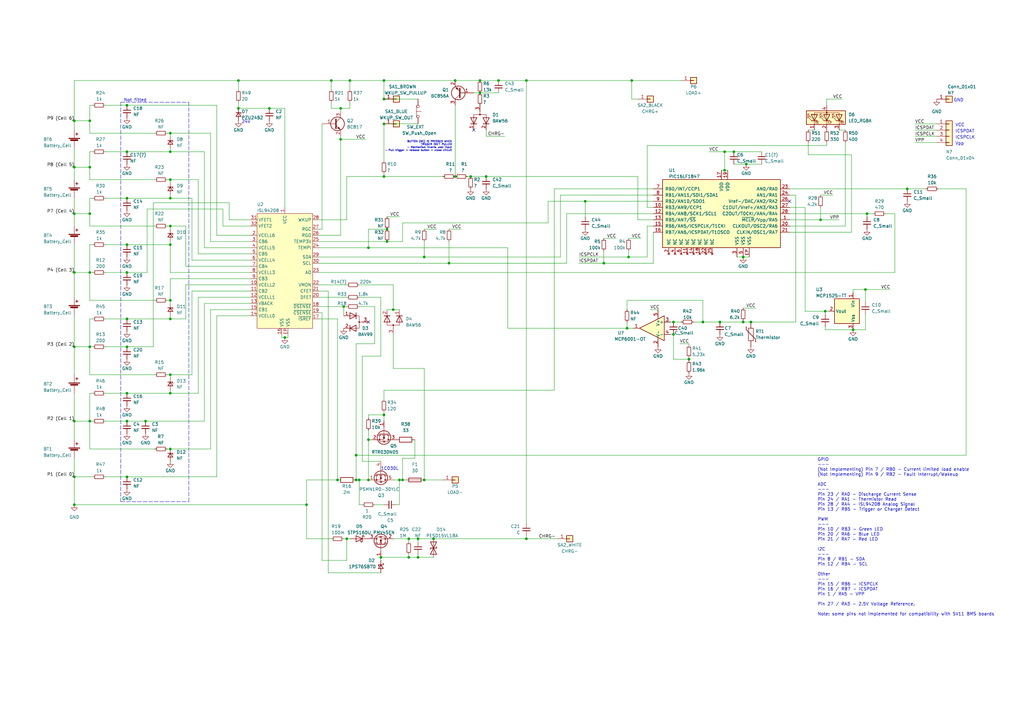
<source format=kicad_sch>
(kicad_sch (version 20211123) (generator eeschema)
  (paper "A3")
  (title_block (title "Dyson V6 BMS - PCB 61462") (date "2022-05-09") (rev "1.0") (company "tinfever") (comment 1 "See COPYING for license") (comment 2 "© 2022 tinfever"))
  (junction (at 30.48 68.58))
  (junction (at 193.04 72.39))
  (junction (at 52.07 111.76))
  (junction (at 139.7 57.15))
  (junction (at 196.85 38.1))
  (junction (at 167.64 228.6))
  (junction (at 52.07 43.18))
  (junction (at 300.99 62.23))
  (junction (at 288.29 132.08))
  (junction (at 30.48 172.72))
  (junction (at 146.05 186.69))
  (junction (at 349.885 135.255))
  (junction (at 156.21 228.6))
  (junction (at 157.48 33.02))
  (junction (at 52.07 172.72))
  (junction (at 204.47 33.02))
  (junction (at 177.8 220.98))
  (junction (at 276.225 132.08))
  (junction (at 240.03 82.55))
  (junction (at 336.55 90.17))
  (junction (at 69.85 161.29))
  (junction (at 295.275 132.08))
  (junction (at 158.75 99.06))
  (junction (at 338.455 127.635))
  (junction (at 97.79 33.02))
  (junction (at 186.69 33.02))
  (junction (at 110.49 44.45))
  (junction (at 30.48 207.01))
  (junction (at 282.575 147.32))
  (junction (at 69.85 54.61))
  (junction (at 157.48 170.18))
  (junction (at 171.45 220.98))
  (junction (at 304.8 132.08))
  (junction (at 36.83 68.58))
  (junction (at 97.79 44.45))
  (junction (at 163.83 196.85))
  (junction (at 30.48 49.53))
  (junction (at 171.45 228.6))
  (junction (at 138.43 196.85))
  (junction (at 30.48 111.76))
  (junction (at 151.13 196.85))
  (junction (at 30.48 142.24))
  (junction (at 52.07 130.81))
  (junction (at 36.83 111.76))
  (junction (at 36.83 142.24))
  (junction (at 146.05 196.85))
  (junction (at 135.89 33.02))
  (junction (at 36.83 87.63))
  (junction (at 69.85 73.66))
  (junction (at 257.175 134.62))
  (junction (at 184.15 107.95))
  (junction (at 173.99 105.41))
  (junction (at 69.85 81.28))
  (junction (at 372.11 77.47))
  (junction (at 52.07 195.58))
  (junction (at 158.75 93.98))
  (junction (at 161.29 127))
  (junction (at 30.48 87.63))
  (junction (at 30.48 195.58))
  (junction (at 140.97 125.73))
  (junction (at 52.07 62.23))
  (junction (at 306.07 67.31))
  (junction (at 69.85 100.33))
  (junction (at 165.1 196.85))
  (junction (at 157.48 40.64))
  (junction (at 297.18 69.85))
  (junction (at 355.6 87.63))
  (junction (at 215.9 220.98))
  (junction (at 69.85 123.19))
  (junction (at 157.48 50.8))
  (junction (at 36.83 172.72))
  (junction (at 297.18 62.23))
  (junction (at 307.975 132.08))
  (junction (at 52.07 161.29))
  (junction (at 69.85 184.15))
  (junction (at 151.13 180.34))
  (junction (at 52.07 81.28))
  (junction (at 186.69 72.39))
  (junction (at 69.85 130.81))
  (junction (at 116.84 138.43))
  (junction (at 69.85 153.67))
  (junction (at 167.64 220.98))
  (junction (at 215.9 33.02))
  (junction (at 304.8 105.41))
  (junction (at 143.51 33.02))
  (junction (at 259.08 33.02))
  (junction (at 276.225 137.16))
  (junction (at 157.48 72.39))
  (junction (at 173.99 196.85))
  (junction (at 196.85 33.02))
  (junction (at 199.39 72.39))
  (junction (at 147.32 196.85))
  (junction (at 52.07 142.24))
  (junction (at 257.81 105.41))
  (junction (at 36.83 49.53))
  (junction (at 125.73 207.01))
  (junction (at 247.65 107.95))
  (junction (at 354.965 118.745))
  (junction (at 52.07 100.33))
  (junction (at 69.85 92.71))
  (junction (at 69.85 62.23))
  (junction (at 151.13 101.6))
  (junction (at 59.69 172.72))
  (junction (at 139.7 44.45))
  (junction (at 142.24 220.98))
  (no_connect (at 323.85 82.55))
  (no_connect (at 151.13 132.08))
  (no_connect (at 194.31 53.34))
  (wire (pts (xy 158.75 99.06) (xy 165.1 99.06)))
  (wire (pts (xy 302.26 105.41) (xy 304.8 105.41)))
  (wire (pts (xy 157.48 207.01) (xy 153.67 207.01)))
  (wire (pts (xy 193.04 72.39) (xy 199.39 72.39)))
  (wire (pts (xy 130.81 119.38) (xy 134.62 119.38)))
  (wire (pts (xy 88.9 195.58) (xy 88.9 129.54)))
  (wire (pts (xy 224.79 91.44) (xy 224.79 82.55)))
  (wire (pts (xy 86.36 54.61) (xy 86.36 99.06)))
  (wire (pts (xy 304.8 131.445) (xy 304.8 132.08)))
  (wire (pts (xy 30.48 142.24) (xy 36.83 142.24)))
  (wire (pts (xy 282.575 140.97) (xy 282.575 141.605)))
  (wire (pts (xy 43.18 142.24) (xy 52.07 142.24)))
  (wire (pts (xy 132.08 93.98) (xy 130.81 93.98)))
  (wire (pts (xy 165.1 99.06) (xy 165.1 91.44)))
  (wire (pts (xy 267.97 77.47) (xy 227.33 77.47)))
  (wire (pts (xy 36.83 62.23) (xy 38.1 62.23)))
  (wire (pts (xy 130.81 99.06) (xy 158.75 99.06)))
  (wire (pts (xy 375.3034 58.449) (xy 384.1934 58.449)))
  (wire (pts (xy 355.6 88.9) (xy 355.6 87.63)))
  (wire (pts (xy 43.18 62.23) (xy 52.07 62.23)))
  (wire (pts (xy 68.58 184.15) (xy 69.85 184.15)))
  (wire (pts (xy 306.07 67.31) (xy 312.42 67.31)))
  (wire (pts (xy 143.51 44.45) (xy 143.51 41.91)))
  (wire (pts (xy 43.18 195.58) (xy 52.07 195.58)))
  (wire (pts (xy 36.83 49.53) (xy 36.83 43.18)))
  (wire (pts (xy 232.41 87.63) (xy 232.41 107.95)))
  (wire (pts (xy 265.43 59.69) (xy 339.09 59.69)))
  (wire (pts (xy 194.31 38.1) (xy 196.85 38.1)))
  (wire (pts (xy 69.85 60.96) (xy 69.85 62.23)))
  (wire (pts (xy 171.45 220.98) (xy 167.64 220.98)))
  (wire (pts (xy 227.33 77.47) (xy 227.33 160.02)))
  (wire (pts (xy 199.39 55.88) (xy 207.01 55.88)))
  (wire (pts (xy 36.83 123.19) (xy 63.5 123.19)))
  (wire (pts (xy 52.07 195.58) (xy 88.9 195.58)))
  (wire (pts (xy 36.83 172.72) (xy 36.83 184.15)))
  (wire (pts (xy 130.81 107.95) (xy 184.15 107.95)))
  (wire (pts (xy 69.85 92.71) (xy 76.2 92.71)))
  (wire (pts (xy 30.48 33.02) (xy 30.48 49.53)))
  (wire (pts (xy 36.83 87.63) (xy 36.83 81.28)))
  (wire (pts (xy 132.08 128.27) (xy 132.08 229.87)))
  (wire (pts (xy 278.765 140.97) (xy 282.575 140.97)))
  (wire (pts (xy 139.7 96.52) (xy 139.7 57.15)))
  (wire (pts (xy 346.71 58.42) (xy 346.71 92.71)))
  (wire (pts (xy 68.58 153.67) (xy 69.85 153.67)))
  (wire (pts (xy 215.9 33.02) (xy 215.9 214.63)))
  (wire (pts (xy 69.85 123.19) (xy 68.58 123.19)))
  (wire (pts (xy 184.15 99.06) (xy 184.15 107.95)))
  (wire (pts (xy 215.9 33.02) (xy 259.08 33.02)))
  (wire (pts (xy 148.59 146.05) (xy 148.59 189.23)))
  (wire (pts (xy 30.48 68.58) (xy 36.83 68.58)))
  (wire (pts (xy 346.71 53.34) (xy 344.17 53.34)))
  (wire (pts (xy 282.575 146.685) (xy 282.575 147.32)))
  (wire (pts (xy 339.09 59.69) (xy 339.09 58.42)))
  (wire (pts (xy 156.21 146.05) (xy 148.59 146.05)))
  (wire (pts (xy 163.83 196.85) (xy 161.29 196.85)))
  (wire (pts (xy 336.55 90.17) (xy 344.17 90.17)))
  (wire (pts (xy 69.85 62.23) (xy 83.82 62.23)))
  (wire (pts (xy 68.58 73.66) (xy 69.85 73.66)))
  (wire (pts (xy 304.8 132.08) (xy 307.975 132.08)))
  (wire (pts (xy 142.24 90.17) (xy 142.24 72.39)))
  (wire (pts (xy 257.81 105.41) (xy 265.43 105.41)))
  (wire (pts (xy 83.82 101.6) (xy 102.87 101.6)))
  (wire (pts (xy 191.77 72.39) (xy 193.04 72.39)))
  (wire (pts (xy 30.48 187.96) (xy 30.48 195.58)))
  (wire (pts (xy 171.45 50.8) (xy 157.48 50.8)))
  (wire (pts (xy 326.39 80.01) (xy 326.39 132.08)))
  (wire (pts (xy 36.83 184.15) (xy 63.5 184.15)))
  (wire (pts (xy 204.47 33.02) (xy 215.9 33.02)))
  (wire (pts (xy 339.725 127.635) (xy 338.455 127.635)))
  (wire (pts (xy 135.89 41.91) (xy 135.89 44.45)))
  (wire (pts (xy 338.455 133.985) (xy 338.455 135.255)))
  (wire (pts (xy 375.3034 50.829) (xy 384.1934 50.829)))
  (wire (pts (xy 157.48 163.83) (xy 157.48 160.02)))
  (wire (pts (xy 372.11 77.47) (xy 379.73 77.47)))
  (wire (pts (xy 157.48 71.12) (xy 157.48 72.39)))
  (wire (pts (xy 116.84 44.45) (xy 116.84 85.09)))
  (wire (pts (xy 354.965 123.825) (xy 354.965 118.745)))
  (wire (pts (xy 60.325 85.725) (xy 60.325 111.76)))
  (wire (pts (xy 43.18 43.18) (xy 52.07 43.18)))
  (wire (pts (xy 36.83 142.24) (xy 36.83 153.67)))
  (wire (pts (xy 102.87 124.46) (xy 83.82 124.46)))
  (wire (pts (xy 147.32 116.84) (xy 161.29 116.84)))
  (wire (pts (xy 43.18 161.29) (xy 52.07 161.29)))
  (wire (pts (xy 62.865 142.24) (xy 62.865 83.185)))
  (wire (pts (xy 143.51 33.02) (xy 157.48 33.02)))
  (wire (pts (xy 323.85 77.47) (xy 372.11 77.47)))
  (wire (pts (xy 81.28 104.14) (xy 102.87 104.14)))
  (wire (pts (xy 30.48 49.53) (xy 30.48 53.34)))
  (wire (pts (xy 30.48 195.58) (xy 38.1 195.58)))
  (wire (pts (xy 323.85 92.71) (xy 346.71 92.71)))
  (wire (pts (xy 215.9 219.71) (xy 215.9 220.98)))
  (wire (pts (xy 165.1 187.96) (xy 165.1 196.85)))
  (wire (pts (xy 167.64 222.25) (xy 167.64 220.98)))
  (wire (pts (xy 43.18 81.28) (xy 52.07 81.28)))
  (wire (pts (xy 43.18 100.33) (xy 52.07 100.33)))
  (wire (pts (xy 215.9 220.98) (xy 228.6 220.98)))
  (wire (pts (xy 288.29 123.19) (xy 288.29 132.08)))
  (wire (pts (xy 338.455 127.635) (xy 338.455 128.905)))
  (wire (pts (xy 173.99 151.13) (xy 173.99 196.85)))
  (wire (pts (xy 158.75 93.98) (xy 151.13 93.98)))
  (wire (pts (xy 69.85 153.67) (xy 78.74 153.67)))
  (wire (pts (xy 290.83 62.23) (xy 297.18 62.23)))
  (wire (pts (xy 143.51 33.02) (xy 143.51 36.83)))
  (wire (pts (xy 36.83 161.29) (xy 36.83 172.72)))
  (wire (pts (xy 36.83 68.58) (xy 36.83 73.66)))
  (wire (pts (xy 36.83 100.33) (xy 38.1 100.33)))
  (wire (pts (xy 259.08 33.02) (xy 279.4 33.02)))
  (wire (pts (xy 247.65 107.95) (xy 267.97 107.95)))
  (wire (pts (xy 349.885 135.255) (xy 354.965 135.255)))
  (wire (pts (xy 115.57 138.43) (xy 115.57 137.16)))
  (wire (pts (xy 156.21 121.92) (xy 147.32 121.92)))
  (wire (pts (xy 161.29 137.16) (xy 161.29 151.13)))
  (wire (pts (xy 156.21 121.92) (xy 156.21 146.05)))
  (wire (pts (xy 151.13 176.53) (xy 151.13 180.34)))
  (wire (pts (xy 265.43 85.09) (xy 265.43 59.69)))
  (wire (pts (xy 375.3034 53.369) (xy 384.1934 53.369)))
  (wire (pts (xy 157.48 50.8) (xy 157.48 66.04)))
  (wire (pts (xy 161.29 127) (xy 163.83 127)))
  (wire (pts (xy 135.89 33.02) (xy 135.89 36.83)))
  (wire (pts (xy 147.32 196.85) (xy 151.13 196.85)))
  (wire (pts (xy 367.03 87.63) (xy 367.03 111.76)))
  (wire (pts (xy 177.8 220.98) (xy 171.45 220.98)))
  (wire (pts (xy 274.955 137.16) (xy 276.225 137.16)))
  (wire (pts (xy 171.45 228.6) (xy 167.64 228.6)))
  (wire (pts (xy 115.57 138.43) (xy 116.84 138.43)))
  (wire (pts (xy 52.07 172.72) (xy 59.69 172.72)))
  (wire (pts (xy 134.62 234.95) (xy 156.21 234.95)))
  (wire (pts (xy 140.97 125.73) (xy 140.97 129.54)))
  (wire (pts (xy 167.64 227.33) (xy 167.64 228.6)))
  (wire (pts (xy 86.36 127) (xy 102.87 127)))
  (wire (pts (xy 142.24 220.98) (xy 143.51 220.98)))
  (wire (pts (xy 304.8 126.365) (xy 309.88 126.365)))
  (wire (pts (xy 157.48 72.39) (xy 181.61 72.39)))
  (wire (pts (xy 247.65 102.87) (xy 247.65 107.95)))
  (wire (pts (xy 139.7 55.88) (xy 139.7 57.15)))
  (wire (pts (xy 83.82 62.23) (xy 83.82 101.6)))
  (wire (pts (xy 300.99 67.31) (xy 306.07 67.31)))
  (wire (pts (xy 30.48 87.63) (xy 30.48 92.71)))
  (wire (pts (xy 36.83 100.33) (xy 36.83 111.76)))
  (wire (pts (xy 36.83 111.76) (xy 38.1 111.76)))
  (wire (pts (xy 36.83 49.53) (xy 36.83 54.61)))
  (wire (pts (xy 130.81 96.52) (xy 139.7 96.52)))
  (wire (pts (xy 97.79 44.45) (xy 97.79 41.91)))
  (wire (pts (xy 30.48 142.24) (xy 30.48 153.67)))
  (wire (pts (xy 88.9 96.52) (xy 102.87 96.52)))
  (wire (pts (xy 78.74 119.38) (xy 102.87 119.38)))
  (wire (pts (xy 97.79 44.45) (xy 110.49 44.45)))
  (wire (pts (xy 165.1 196.85) (xy 163.83 196.85)))
  (wire (pts (xy 130.81 121.92) (xy 142.24 121.92)))
  (wire (pts (xy 148.59 189.23) (xy 156.21 189.23)))
  (wire (pts (xy 157.48 33.02) (xy 186.69 33.02)))
  (wire (pts (xy 93.98 83.185) (xy 93.98 90.17)))
  (wire (pts (xy 36.83 130.81) (xy 38.1 130.81)))
  (wire (pts (xy 135.89 44.45) (xy 139.7 44.45)))
  (wire (pts (xy 157.48 40.64) (xy 157.48 33.02)))
  (wire (pts (xy 36.83 130.81) (xy 36.83 142.24)))
  (wire (pts (xy 284.48 132.08) (xy 288.29 132.08)))
  (wire (pts (xy 157.48 172.72) (xy 157.48 170.18)))
  (wire (pts (xy 36.83 111.76) (xy 36.83 123.19)))
  (wire (pts (xy 257.175 123.19) (xy 257.175 127)))
  (wire (pts (xy 30.48 207.01) (xy 125.73 207.01)))
  (wire (pts (xy 331.47 53.34) (xy 334.01 53.34)))
  (wire (pts (xy 186.69 33.02) (xy 196.85 33.02)))
  (wire (pts (xy 116.84 138.43) (xy 118.11 138.43)))
  (wire (pts (xy 138.43 130.81) (xy 130.81 130.81)))
  (wire (pts (xy 69.85 99.06) (xy 69.85 100.33)))
  (wire (pts (xy 147.32 207.01) (xy 147.32 196.85)))
  (wire (pts (xy 266.7 127) (xy 269.875 127)))
  (polyline (pts (xy 49.53 41.91) (xy 49.53 205.74)))
  (wire (pts (xy 349.25 63.5) (xy 331.47 63.5)))
  (wire (pts (xy 148.59 207.01) (xy 147.32 207.01)))
  (wire (pts (xy 52.07 43.18) (xy 88.9 43.18)))
  (wire (pts (xy 354.965 135.255) (xy 354.965 128.905)))
  (wire (pts (xy 69.85 160.02) (xy 69.85 161.29)))
  (wire (pts (xy 130.81 128.27) (xy 132.08 128.27)))
  (wire (pts (xy 52.07 100.33) (xy 69.85 100.33)))
  (wire (pts (xy 69.85 73.66) (xy 81.28 73.66)))
  (wire (pts (xy 184.15 107.95) (xy 232.41 107.95)))
  (wire (pts (xy 36.83 153.67) (xy 63.5 153.67)))
  (wire (pts (xy 69.85 81.28) (xy 78.74 81.28)))
  (wire (pts (xy 30.48 68.58) (xy 30.48 73.66)))
  (wire (pts (xy 151.13 170.18) (xy 151.13 171.45)))
  (wire (pts (xy 30.48 129.54) (xy 30.48 142.24)))
  (wire (pts (xy 52.07 111.76) (xy 60.325 111.76)))
  (wire (pts (xy 224.79 82.55) (xy 240.03 82.55)))
  (wire (pts (xy 69.85 184.15) (xy 86.36 184.15)))
  (wire (pts (xy 267.97 90.17) (xy 261.62 90.17)))
  (wire (pts (xy 173.99 99.06) (xy 173.99 105.41)))
  (wire (pts (xy 125.73 196.85) (xy 125.73 207.01)))
  (wire (pts (xy 30.48 172.72) (xy 36.83 172.72)))
  (wire (pts (xy 97.79 33.02) (xy 97.79 36.83)))
  (wire (pts (xy 36.83 73.66) (xy 63.5 73.66)))
  (wire (pts (xy 125.73 207.01) (xy 125.73 220.98)))
  (wire (pts (xy 297.18 62.23) (xy 300.99 62.23)))
  (wire (pts (xy 237.49 107.95) (xy 247.65 107.95)))
  (wire (pts (xy 297.18 69.85) (xy 298.45 69.85)))
  (wire (pts (xy 170.18 180.34) (xy 170.18 187.96)))
  (wire (pts (xy 282.575 147.955) (xy 282.575 147.32)))
  (wire (pts (xy 30.48 111.76) (xy 36.83 111.76)))
  (wire (pts (xy 349.25 95.25) (xy 349.25 63.5)))
  (wire (pts (xy 184.15 93.98) (xy 189.23 93.98)))
  (wire (pts (xy 69.85 114.3) (xy 69.85 123.19)))
  (wire (pts (xy 88.9 43.18) (xy 88.9 96.52)))
  (wire (pts (xy 69.85 54.61) (xy 69.85 55.88)))
  (wire (pts (xy 30.48 161.29) (xy 30.48 172.72)))
  (wire (pts (xy 336.55 80.01) (xy 341.63 80.01)))
  (wire (pts (xy 156.21 228.6) (xy 156.21 229.87)))
  (wire (pts (xy 78.74 153.67) (xy 78.74 119.38)))
  (wire (pts (xy 30.48 60.96) (xy 30.48 68.58)))
  (wire (pts (xy 163.83 207.01) (xy 163.83 196.85)))
  (wire (pts (xy 257.81 102.87) (xy 257.81 105.41)))
  (wire (pts (xy 267.97 87.63) (xy 232.41 87.63)))
  (wire (pts (xy 76.2 92.71) (xy 76.2 109.22)))
  (wire (pts (xy 339.09 40.64) (xy 345.44 40.64)))
  (wire (pts (xy 259.08 40.64) (xy 259.08 33.02)))
  (wire (pts (xy 91.44 85.725) (xy 91.44 92.71)))
  (wire (pts (xy 60.325 85.725) (xy 91.44 85.725)))
  (wire (pts (xy 261.62 40.64) (xy 259.08 40.64)))
  (wire (pts (xy 173.99 105.41) (xy 229.87 105.41)))
  (wire (pts (xy 69.85 54.61) (xy 86.36 54.61)))
  (wire (pts (xy 158.75 127) (xy 161.29 127)))
  (wire (pts (xy 36.83 92.71) (xy 63.5 92.71)))
  (wire (pts (xy 142.24 220.98) (xy 142.24 229.87)))
  (polyline (pts (xy 49.53 41.91) (xy 77.47 41.91)))
  (wire (pts (xy 147.32 196.85) (xy 146.05 196.85)))
  (wire (pts (xy 229.87 80.01) (xy 267.97 80.01)))
  (wire (pts (xy 78.74 106.68) (xy 102.87 106.68)))
  (wire (pts (xy 323.85 87.63) (xy 355.6 87.63)))
  (wire (pts (xy 153.67 125.73) (xy 153.67 140.97)))
  (wire (pts (xy 36.83 43.18) (xy 38.1 43.18)))
  (wire (pts (xy 30.48 172.72) (xy 30.48 180.34)))
  (wire (pts (xy 139.7 44.45) (xy 139.7 45.72)))
  (wire (pts (xy 276.225 147.32) (xy 276.225 137.16)))
  (wire (pts (xy 267.97 85.09) (xy 265.43 85.09)))
  (wire (pts (xy 30.48 195.58) (xy 30.48 207.01)))
  (wire (pts (xy 43.18 111.76) (xy 52.07 111.76)))
  (wire (pts (xy 151.13 180.34) (xy 152.4 180.34)))
  (wire (pts (xy 69.85 73.66) (xy 69.85 74.93)))
  (wire (pts (xy 142.24 220.98) (xy 140.97 220.98)))
  (wire (pts (xy 171.45 227.33) (xy 171.45 228.6)))
  (wire (pts (xy 76.2 109.22) (xy 102.87 109.22)))
  (wire (pts (xy 297.18 62.23) (xy 297.18 69.85)))
  (wire (pts (xy 323.85 95.25) (xy 349.25 95.25)))
  (wire (pts (xy 282.575 147.32) (xy 276.225 147.32)))
  (wire (pts (xy 36.83 172.72) (xy 38.1 172.72)))
  (wire (pts (xy 295.91 69.85) (xy 297.18 69.85)))
  (wire (pts (xy 257.175 132.08) (xy 257.175 134.62)))
  (wire (pts (xy 257.81 97.79) (xy 262.89 97.79)))
  (wire (pts (xy 81.28 161.29) (xy 81.28 121.92)))
  (wire (pts (xy 165.1 91.44) (xy 224.79 91.44)))
  (wire (pts (xy 30.48 100.33) (xy 30.48 111.76)))
  (wire (pts (xy 323.85 80.01) (xy 326.39 80.01)))
  (wire (pts (xy 118.11 138.43) (xy 118.11 137.16)))
  (wire (pts (xy 139.7 44.45) (xy 143.51 44.45)))
  (wire (pts (xy 36.83 54.61) (xy 63.5 54.61)))
  (wire (pts (xy 158.75 88.9) (xy 163.83 88.9)))
  (wire (pts (xy 173.99 196.85) (xy 181.61 196.85)))
  (wire (pts (xy 265.43 92.71) (xy 267.97 92.71)))
  (wire (pts (xy 146.05 186.69) (xy 146.05 196.85)))
  (wire (pts (xy 130.81 116.84) (xy 142.24 116.84)))
  (wire (pts (xy 237.49 105.41) (xy 257.81 105.41)))
  (wire (pts (xy 247.65 97.79) (xy 252.73 97.79)))
  (wire (pts (xy 330.2 85.09) (xy 330.2 127.635)))
  (wire (pts (xy 288.29 132.08) (xy 295.275 132.08)))
  (wire (pts (xy 267.97 107.95) (xy 267.97 95.25)))
  (wire (pts (xy 110.49 44.45) (xy 116.84 44.45)))
  (wire (pts (xy 125.73 220.98) (xy 135.89 220.98)))
  (wire (pts (xy 43.18 130.81) (xy 52.07 130.81)))
  (wire (pts (xy 261.62 90.17) (xy 261.62 72.39)))
  (wire (pts (xy 153.67 140.97) (xy 146.05 140.97)))
  (wire (pts (xy 355.6 87.63) (xy 358.14 87.63)))
  (wire (pts (xy 132.08 229.87) (xy 142.24 229.87)))
  (wire (pts (xy 208.28 101.6) (xy 208.28 134.62)))
  (wire (pts (xy 93.98 90.17) (xy 102.87 90.17)))
  (wire (pts (xy 199.39 72.39) (xy 261.62 72.39)))
  (wire (pts (xy 151.13 101.6) (xy 208.28 101.6)))
  (wire (pts (xy 86.36 184.15) (xy 86.36 127)))
  (wire (pts (xy 142.24 72.39) (xy 157.48 72.39)))
  (wire (pts (xy 30.48 81.28) (xy 30.48 87.63)))
  (wire (pts (xy 88.9 129.54) (xy 102.87 129.54)))
  (wire (pts (xy 156.21 228.6) (xy 167.64 228.6)))
  (wire (pts (xy 36.83 68.58) (xy 36.83 62.23)))
  (wire (pts (xy 69.85 130.81) (xy 76.2 130.81)))
  (wire (pts (xy 69.85 123.19) (xy 69.85 124.46)))
  (wire (pts (xy 229.87 105.41) (xy 229.87 80.01)))
  (wire (pts (xy 153.67 125.73) (xy 147.32 125.73)))
  (wire (pts (xy 36.83 87.63) (xy 36.83 92.71)))
  (wire (pts (xy 300.99 62.23) (xy 312.42 62.23)))
  (wire (pts (xy 304.8 105.41) (xy 307.34 105.41)))
  (wire (pts (xy 69.85 92.71) (xy 69.85 93.98)))
  (wire (pts (xy 130.81 125.73) (xy 140.97 125.73)))
  (wire (pts (xy 157.48 160.02) (xy 227.33 160.02)))
  (wire (pts (xy 157.48 170.18) (xy 151.13 170.18)))
  (wire (pts (xy 177.8 228.6) (xy 171.45 228.6)))
  (wire (pts (xy 323.85 85.09) (xy 330.2 85.09)))
  (wire (pts (xy 208.28 134.62) (xy 257.175 134.62)))
  (wire (pts (xy 323.85 90.17) (xy 336.55 90.17)))
  (wire (pts (xy 132.08 50.8) (xy 132.08 93.98)))
  (wire (pts (xy 166.37 196.85) (xy 165.1 196.85)))
  (wire (pts (xy 69.85 130.81) (xy 69.85 129.54)))
  (wire (pts (xy 331.47 63.5) (xy 331.47 58.42)))
  (wire (pts (xy 375.3034 55.909) (xy 384.1934 55.909)))
  (wire (pts (xy 97.79 33.02) (xy 135.89 33.02)))
  (wire (pts (xy 186.69 43.18) (xy 186.69 72.39)))
  (wire (pts (xy 130.81 111.76) (xy 367.03 111.76)))
  (wire (pts (xy 339.09 40.64) (xy 339.09 43.18)))
  (wire (pts (xy 43.18 172.72) (xy 52.07 172.72)))
  (wire (pts (xy 69.85 100.33) (xy 69.85 111.76)))
  (wire (pts (xy 130.81 101.6) (xy 151.13 101.6)))
  (wire (pts (xy 177.8 220.98) (xy 215.9 220.98)))
  (wire (pts (xy 157.48 168.91) (xy 157.48 170.18)))
  (wire (pts (xy 330.2 127.635) (xy 338.455 127.635)))
  (wire (pts (xy 157.48 40.64) (xy 171.45 40.64)))
  (wire (pts (xy 274.955 132.08) (xy 276.225 132.08)))
  (wire (pts (xy 146.05 186.69) (xy 396.24 186.69)))
  (wire (pts (xy 307.975 132.08) (xy 326.39 132.08)))
  (wire (pts (xy 76.2 116.84) (xy 102.87 116.84)))
  (wire (pts (xy 30.48 87.63) (xy 36.83 87.63)))
  (wire (pts (xy 354.965 118.745) (xy 349.885 118.745)))
  (wire (pts (xy 139.7 57.15) (xy 149.86 57.15)))
  (wire (pts (xy 259.715 134.62) (xy 257.175 134.62)))
  (wire (pts (xy 349.885 118.745) (xy 349.885 120.015)))
  (wire (pts (xy 171.45 222.25) (xy 171.45 220.98)))
  (polyline (pts (xy 77.47 205.74) (xy 77.47 41.91)))
  (wire (pts (xy 78.74 81.28) (xy 78.74 106.68)))
  (wire (pts (xy 30.48 49.53) (xy 36.83 49.53)))
  (wire (pts (xy 52.07 62.23) (xy 69.85 62.23)))
  (wire (pts (xy 83.82 124.46) (xy 83.82 172.72)))
  (wire (pts (xy 69.85 80.01) (xy 69.85 81.28)))
  (wire (pts (xy 257.175 123.19) (xy 288.29 123.19)))
  (wire (pts (xy 161.29 127) (xy 161.29 116.84)))
  (wire (pts (xy 135.89 33.02) (xy 143.51 33.02)))
  (wire (pts (xy 68.58 92.71) (xy 69.85 92.71)))
  (wire (pts (xy 30.48 33.02) (xy 97.79 33.02)))
  (wire (pts (xy 240.03 82.55) (xy 240.03 88.9)))
  (wire (pts (xy 146.05 140.97) (xy 146.05 186.69)))
  (wire (pts (xy 396.24 77.47) (xy 396.24 186.69)))
  (wire (pts (xy 69.85 154.94) (xy 69.85 153.67)))
  (wire (pts (xy 173.99 151.13) (xy 161.29 151.13)))
  (wire (pts (xy 91.44 92.71) (xy 102.87 92.71)))
  (wire (pts (xy 62.865 83.185) (xy 93.98 83.185)))
  (wire (pts (xy 196.85 38.1) (xy 204.47 38.1)))
  (wire (pts (xy 52.07 130.81) (xy 69.85 130.81)))
  (wire (pts (xy 30.48 111.76) (xy 30.48 121.92)))
  (wire (pts (xy 142.24 125.73) (xy 140.97 125.73)))
  (wire (pts (xy 52.07 161.29) (xy 69.85 161.29)))
  (wire (pts (xy 81.28 73.66) (xy 81.28 104.14)))
  (wire (pts (xy 161.29 220.98) (xy 167.64 220.98)))
  (wire (pts (xy 173.99 93.98) (xy 179.07 93.98)))
  (wire (pts (xy 125.73 196.85) (xy 138.43 196.85)))
  (wire (pts (xy 52.07 81.28) (xy 69.85 81.28)))
  (wire (pts (xy 138.43 130.81) (xy 138.43 196.85)))
  (wire (pts (xy 151.13 196.85) (xy 151.13 180.34)))
  (wire (pts (xy 59.69 172.72) (xy 83.82 172.72)))
  (wire (pts (xy 363.22 87.63) (xy 367.03 87.63)))
  (wire (pts (xy 265.43 105.41) (xy 265.43 92.71)))
  (polyline (pts (xy 49.53 205.74) (xy 77.47 205.74)))
  (wire (pts (xy 81.28 121.92) (xy 102.87 121.92)))
  (wire (pts (xy 68.58 54.61) (xy 69.85 54.61)))
  (wire (pts (xy 240.03 82.55) (xy 267.97 82.55)))
  (wire (pts (xy 338.455 135.255) (xy 349.885 135.255)))
  (wire (pts (xy 69.85 111.76) (xy 102.87 111.76)))
  (wire (pts (xy 134.62 119.38) (xy 134.62 234.95)))
  (wire (pts (xy 76.2 130.81) (xy 76.2 116.84)))
  (wire (pts (xy 130.81 105.41) (xy 173.99 105.41)))
  (wire (pts (xy 36.83 142.24) (xy 38.1 142.24)))
  (wire (pts (xy 102.87 114.3) (xy 69.85 114.3)))
  (wire (pts (xy 170.18 187.96) (xy 165.1 187.96)))
  (wire (pts (xy 163.83 207.01) (xy 162.56 207.01)))
  (wire (pts (xy 151.13 93.98) (xy 151.13 101.6)))
  (wire (pts (xy 36.83 81.28) (xy 38.1 81.28)))
  (wire (pts (xy 336.55 85.09) (xy 336.55 90.17)))
  (wire (pts (xy 36.83 161.29) (xy 38.1 161.29)))
  (wire (pts (xy 276.225 132.08) (xy 279.4 132.08)))
  (wire (pts (xy 52.07 142.24) (xy 62.865 142.24)))
  (wire (pts (xy 204.47 33.02) (xy 196.85 33.02)))
  (wire (pts (xy 199.39 53.34) (xy 199.39 55.88)))
  (wire (pts (xy 69.85 161.29) (xy 81.28 161.29)))
  (wire (pts (xy 142.24 90.17) (xy 130.81 90.17)))
  (wire (pts (xy 295.275 132.08) (xy 304.8 132.08)))
  (wire (pts (xy 365.125 118.745) (xy 354.965 118.745)))
  (wire (pts (xy 86.36 99.06) (xy 102.87 99.06)))
  (wire (pts (xy 384.81 77.47) (xy 396.24 77.47)))
  (text "GPIO\n---\n(Not Implementing) Pin 7 / RB0 - Current limited load enable\n(Not Implementing) Pin 9 / RB2 - Fault Interrupt/Wakeup\n\nADC\n---\nPin 23 / RA0 - Discharge Current Sense\nPin 24 / RA1 - Thermistor Read\nPin 28 / RA4 - ISL94208 Analog Signal\nPin 13 / RB5 - Trigger or Charger Detect\n\nPWM\n---\nPin 10 / RB3 - Green LED\nPin 20 / RA6 - Blue LED\nPin 21 / RA7 - Red LED\n\nI2C\n---\nPin 8 / RB1 - SDA\nPin 12 / RB4 - SCL\n\nOther\n---\nPin 15 / RB6 - ICSPCLK\nPin 16 / RB7 - ICSPDAT\nPin 1 / RA5 - VPP\n\nPin 27 / RA3 - 2.5V Voltage Reference.\n\nNote: some pins not implemented for compatibility with SV11 BMS boards" (at 335.28 252.73 0) (effects (font (size 1.27 1.27)) (justify left bottom)))
  (text "ICSPDAT" (at 391.8134 54.639 0) (effects (font (size 1.27 1.27)) (justify left bottom)))
  (text "VCC" (at 391.8134 52.099 0) (effects (font (size 1.27 1.27)) (justify left bottom)))
  (text "Vpp" (at 391.8134 59.719 0) (effects (font (size 1.27 1.27)) (justify left bottom)))
  (text "1C030L" (at 156.21 193.04 0) (effects (font (size 1.27 1.27)) (justify left bottom)))
  (text "24V" (at 99.06 50.8 0) (effects (font (size 1.27 1.27)) (justify left bottom)))
  (text "Not fitted" (at 50.8 41.91 0) (effects (font (size 1.27 1.27)) (justify left bottom)))
  (text "ICSPCLK" (at 391.8134 57.179 0) (effects (font (size 1.27 1.27)) (justify left bottom)))
  (text "GND" (at 391.16 41.91 0) (effects (font (size 1.27 1.27)) (justify left bottom)))
  (text "BUTTON (NC) IS PRESSED WHEN\nTRIGGER ISN'T PULLED\n- Mechanism inverts user input\n- Pull trigger = release button = close circuit" (at 185.42 62.23 0) (effects (font (size 0.75 0.75)) (justify right bottom)))
  (label "VPP" (at 375.3034 58.449 0))
  (label "P8 (Cell 5)" (at 30.48 68.58 180))
  (label "P9 (Cell 6)" (at 30.48 49.53 180))
  (label "VPP" (at 344.17 90.17 180))
  (label "P1 (Cell 0)" (at 30.48 195.58 180))
  (label "VCC" (at 149.86 57.15 180))
  (label "VCC" (at 163.83 88.9 180))
  (label "P2 (Cell 1)" (at 30.48 172.72 180))
  (label "ICSPDAT" (at 375.3034 53.369 0))
  (label "VCC" (at 266.7 127 0))
  (label "VCC" (at 278.765 140.97 0))
  (label "VCC" (at 309.88 126.365 180))
  (label "VCC" (at 252.73 97.79 180))
  (label "VCC" (at 189.23 93.98 180))
  (label "ICSPCLK" (at 237.49 105.41 0))
  (label "VCC" (at 290.83 62.23 0))
  (label "P3 (Cell 2)" (at 30.48 142.24 180))
  (label "CHRG-" (at 220.98 220.98 0))
  (label "ICSPCLK" (at 375.3034 55.909 0))
  (label "P7 (Cell 4)" (at 30.48 87.63 180))
  (label "VCC" (at 345.44 40.64 180))
  (label "CHRG-" (at 207.01 55.88 180))
  (label "VCC" (at 375.3034 50.829 0))
  (label "ICSPDAT" (at 237.49 107.95 0))
  (label "P4 (Cell 3)" (at 30.48 111.76 180))
  (label "VCC" (at 365.125 118.745 180))
  (label "VCC" (at 262.89 97.79 180))
  (label "VCC" (at 179.07 93.98 180))
  (label "VCC" (at 341.63 80.01 180))
  (symbol (lib_id "Device:R_Small") (at 135.89 39.37 0) (unit 1)
    (property "Reference" "R21" (at 137.16 38.1 0) (effects (justify left)))
    (property "Value" "1k" (at 137.16 40.64 0) (effects (justify left)))
  )
  (symbol (lib_id "Device:C_Small") (at 52.07 198.12 0) (unit 1)
    (property "Reference" "C12" (at 54.61 196.8562 0) (effects (justify left)))
    (property "Value" "NF" (at 54.61 199.3962 0) (effects (justify left)))
  )
  (symbol (lib_id "Transistor_FET:PSMN5R2-60YL") (at 156.21 194.31 270) (unit 1)
    (property "Reference" "Q3" (at 154.94 203.2 90) (effects (justify left)))
    (property "Value" "PSMN1R0-30YLC" (at 147.32 200.66 90) (effects (justify left)))
    (property "Footprint" "Package_TO_SOT_SMD:LFPAK56" (effects hide))
    (property "Datasheet" "https://assets.nexperia.com/documents/data-sheet/PSMN5R2-60YL.pdf" (effects hide))
  )
  (symbol (lib_id "Device:R_Small") (at 66.04 153.67 90) (unit 1)
    (property "Reference" "R15" (at 67.31 148.59 90) (effects (justify left)))
    (property "Value" "NF" (at 67.31 151.13 90) (effects (justify left)))
  )
  (symbol (lib_id "Connector_Generic:Conn_01x04") (at 389.2734 53.369 0) (unit 1)
    (property "Reference" "N?" (at 388.0034 62.259 0) (effects (justify left)))
    (property "Value" "Conn_01x04" (at 388.0034 64.799 0) (effects (justify left)))
  )
  (symbol (lib_id "Connector_Generic:Conn_01x01") (at 266.7 40.64 0) (mirror x) (unit 1)
    (property "Reference" "SA2_BLACK" (at 266.7 43.18 0))
    (property "Value" "CHRG+" (at 266.7 45.72 0))
  )
  (symbol (lib_id "Device:Battery_Cell") (at 30.48 78.74 0) (unit 1)
    (property "Reference" "BT5" (at 17.78 77.47 0) (effects (justify left)))
    (property "Value" "Battery_Cell" (at 17.78 80.01 0) (effects (justify left)))
  )
  (symbol (lib_id "power:GND") (at 52.07 135.89 0) (unit 1)
    (property "Reference" "#PWR?" (effects hide))
    (property "Value" "GND" (at 52.07 139.7 0))
  )
  (symbol (lib_id "power:GND") (at 269.875 142.24 0) (mirror y) (unit 1)
    (property "Reference" "#PWR?" (effects hide))
    (property "Value" "GND" (at 269.875 146.05 0))
  )
  (symbol (lib_id "power:GND") (at 193.04 77.47 0) (unit 1)
    (property "Reference" "#PWR?" (effects hide))
    (property "Value" "GND" (at 193.04 81.28 0))
  )
  (symbol (lib_id "power:GND") (at 355.6 93.98 0) (unit 1)
    (property "Reference" "#PWR?" (effects hide))
    (property "Value" "GND" (at 355.6 97.79 0))
  )
  (symbol (lib_id "Device:R_Small") (at 66.04 123.19 90) (unit 1)
    (property "Reference" "R17" (at 67.31 118.11 90) (effects (justify left)))
    (property "Value" "NF" (at 67.31 120.65 90) (effects (justify left)))
  )
  (symbol (lib_id "Device:Battery_Cell") (at 30.48 127 0) (unit 1)
    (property "Reference" "BT3" (at 17.78 125.73 0) (effects (justify left)))
    (property "Value" "Battery_Cell" (at 17.78 128.27 0) (effects (justify left)))
  )
  (symbol (lib_id "Device:Q_PNP_BEC") (at 189.23 38.1 180) (unit 1)
    (property "Reference" "Q1" (at 184.15 36.8299 0) (effects (justify left)))
    (property "Value" "BC856A" (at 184.15 39.3699 0) (effects (justify left)))
  )
  (symbol (lib_id "Amplifier_Operational:MCP6001-OT") (at 267.335 134.62 0) (mirror y) (unit 1)
    (property "Reference" "U?" (at 254.635 136.525 0))
    (property "Value" "MCP6001-OT" (at 258.445 139.065 0))
    (property "Footprint" "Package_TO_SOT_SMD:SOT-23-5" (effects hide))
    (property "Datasheet" "http://ww1.microchip.com/downloads/en/DeviceDoc/21733j.pdf" (effects hide))
  )
  (symbol (lib_id "power:GND") (at 52.07 105.41 0) (unit 1)
    (property "Reference" "#PWR?" (effects hide))
    (property "Value" "GND" (at 52.07 109.22 0))
  )
  (symbol (lib_id "Device:C_Small") (at 52.07 64.77 0) (unit 1)
    (property "Reference" "C17(?)" (at 53.34 63.5 0) (effects (justify left)))
    (property "Value" "NF" (at 53.34 66.04 0) (effects (justify left)))
  )
  (symbol (lib_id "Device:R_Small") (at 196.85 35.56 0) (unit 1)
    (property "Reference" "R6" (at 198.12 34.29 0) (effects (justify left)))
    (property "Value" "13k" (at 198.12 36.83 0) (effects (justify left)))
  )
  (symbol (lib_id "Device:R_Small") (at 157.48 166.37 0) (unit 1)
    (property "Reference" "R34" (at 158.75 165.1 0) (effects (justify left)))
    (property "Value" "120" (at 158.75 167.64 0) (effects (justify left)))
  )
  (symbol (lib_id "Device:R_Small") (at 173.99 96.52 0) (mirror y) (unit 1)
    (property "Reference" "R9" (at 172.72 95.25 0) (effects (justify left)))
    (property "Value" "4.7k" (at 172.72 97.79 0) (effects (justify left)))
  )
  (symbol (lib_id "Device:D_Zener_Small") (at 69.85 157.48 270) (unit 1)
    (property "Reference" "D13" (at 72.39 156.2099 90) (effects (justify left)))
    (property "Value" "NF" (at 72.39 158.7499 90) (effects (justify left)))
  )
  (symbol (lib_id "Device:Battery_Cell") (at 30.48 158.75 0) (unit 1)
    (property "Reference" "BT2" (at 17.78 157.48 0) (effects (justify left)))
    (property "Value" "Battery_Cell" (at 17.78 160.02 0) (effects (justify left)))
  )
  (symbol (lib_id "Device:C_Small") (at 52.07 163.83 0) (unit 1)
    (property "Reference" "C16" (at 54.61 162.56 0) (effects (justify left)))
    (property "Value" "NF" (at 54.61 165.1 0) (effects (justify left)))
  )
  (symbol (lib_id "Device:R_Small") (at 196.85 40.64 0) (unit 1)
    (property "Reference" "R3" (at 198.12 39.37 0) (effects (justify left)))
    (property "Value" "?" (at 198.12 41.91 0) (effects (justify left)))
  )
  (symbol (lib_id "Device:C_Small") (at 52.07 102.87 0) (unit 1)
    (property "Reference" "C15" (at 54.61 101.6 0) (effects (justify left)))
    (property "Value" "NF" (at 54.61 104.14 0) (effects (justify left)))
  )
  (symbol (lib_id "Device:R_Small") (at 339.09 55.88 0) (unit 1)
    (property "Reference" "R52" (at 340.36 54.61 0) (effects (justify left)))
    (property "Value" "330" (at 340.36 57.15 0) (effects (justify left)))
  )
  (symbol (lib_id "Connector_Generic:Conn_01x01") (at 162.56 40.64 0) (mirror x) (unit 1)
    (property "Reference" "SA1_BROWN" (at 165.1 35.56 0))
    (property "Value" "WKUP_SW_PULLUP" (at 166.37 38.1 0))
  )
  (symbol (lib_id "Device:C_Small") (at 52.07 45.72 0) (unit 1)
    (property "Reference" "C18" (at 54.61 44.45 0) (effects (justify left)))
    (property "Value" "NF" (at 54.61 46.99 0) (effects (justify left)))
  )
  (symbol (lib_id "Device:R_Small") (at 40.64 100.33 90) (unit 1)
    (property "Reference" "R35" (at 43.18 95.25 90) (effects (justify left)))
    (property "Value" "1k" (at 41.91 97.79 90) (effects (justify left)))
  )
  (symbol (lib_id "power:GND") (at 199.39 77.47 0) (unit 1)
    (property "Reference" "#PWR?" (effects hide))
    (property "Value" "GND" (at 199.39 81.28 0))
  )
  (symbol (lib_id "power:GND") (at 52.07 166.37 0) (unit 1)
    (property "Reference" "#PWR?" (effects hide))
    (property "Value" "GND" (at 52.07 170.18 0))
  )
  (symbol (lib_id "power:GND") (at 349.885 135.255 0) (unit 1)
    (property "Reference" "#PWR?" (effects hide))
    (property "Value" "GND" (at 349.885 139.065 0))
  )
  (symbol (lib_id "Dyson_BMS:ISL94208") (at 118.11 110.49 0) (unit 1)
    (property "Reference" "U2" (at 105.41 83.82 0) (effects (justify left)))
    (property "Value" "ISL94208" (at 105.41 86.36 0) (effects (justify left)))
  )
  (symbol (lib_id "Device:Battery_Cell") (at 30.48 58.42 0) (unit 1)
    (property "Reference" "BT6" (at 17.78 57.15 0) (effects (justify left)))
    (property "Value" "Battery_Cell" (at 17.78 59.69 0) (effects (justify left)))
  )
  (symbol (lib_id "Device:Battery_Cell") (at 30.48 185.42 0) (unit 1)
    (property "Reference" "BT1" (at 17.78 184.15 0) (effects (justify left)))
    (property "Value" "Battery_Cell" (at 17.78 186.69 0) (effects (justify left)))
  )
  (symbol (lib_id "Device:R_Small") (at 144.78 116.84 90) (unit 1)
    (property "Reference" "R14(?)" (at 142.24 115.57 90) (effects (justify left)))
    (property "Value" "220k" (at 152.4 115.57 90) (effects (justify left)))
  )
  (symbol (lib_id "power:GND") (at 52.07 147.32 0) (unit 1)
    (property "Reference" "#PWR?" (effects hide))
    (property "Value" "GND" (at 52.07 151.13 0))
  )
  (symbol (lib_id "Connector_Generic:Conn_01x01") (at 186.69 196.85 0) (mirror x) (unit 1)
    (property "Reference" "P5" (at 186.69 199.39 0))
    (property "Value" "LOAD-" (at 186.69 201.93 0))
  )
  (symbol (lib_id "Device:R_Small") (at 346.71 55.88 0) (unit 1)
    (property "Reference" "R50" (at 347.98 54.61 0) (effects (justify left)))
    (property "Value" "400" (at 347.98 57.15 0) (effects (justify left)))
  )
  (symbol (lib_id "Device:R_Small") (at 66.04 73.66 90) (unit 1)
    (property "Reference" "R23" (at 67.31 68.58 90) (effects (justify left)))
    (property "Value" "NF" (at 67.31 71.12 90) (effects (justify left)))
  )
  (symbol (lib_id "Device:R_Small") (at 382.27 77.47 90) (unit 1)
    (property "Reference" "R36" (at 382.27 72.39 90))
    (property "Value" "10k" (at 382.27 74.93 90))
  )
  (symbol (lib_id "Device:R") (at 142.24 196.85 270) (mirror x) (unit 1)
    (property "Reference" "R16" (at 142.24 199.39 90))
    (property "Value" "2m" (at 142.24 201.93 90))
  )
  (symbol (lib_id "Device:R_Small") (at 40.64 195.58 90) (unit 1)
    (property "Reference" "R47" (at 43.18 190.5 90) (effects (justify left)))
    (property "Value" "1k" (at 41.91 193.04 90) (effects (justify left)))
  )
  (symbol (lib_id "Device:R_Small") (at 282.575 144.145 0) (unit 1)
    (property "Reference" "R41" (at 283.845 142.875 0) (effects (justify left)))
    (property "Value" "5.23k" (at 283.845 145.415 0) (effects (justify left)))
  )
  (symbol (lib_id "power:GND") (at 307.975 142.24 0) (unit 1)
    (property "Reference" "#PWR?" (effects hide))
    (property "Value" "GND" (at 307.975 146.05 0))
  )
  (symbol (lib_id "Device:R_Small") (at 66.04 92.71 90) (unit 1)
    (property "Reference" "R22" (at 67.31 87.63 90) (effects (justify left)))
    (property "Value" "NF" (at 67.31 90.17 90) (effects (justify left)))
  )
  (symbol (lib_id "power:GND") (at 30.48 207.01 0) (unit 1)
    (property "Reference" "#PWR?" (effects hide))
    (property "Value" "GND" (at 30.48 212.09 0))
  )
  (symbol (lib_id "power:GND") (at 295.275 137.16 0) (unit 1)
    (property "Reference" "#PWR?" (effects hide))
    (property "Value" "GND" (at 295.275 140.97 0))
  )
  (symbol (lib_id "Device:C_Small") (at 372.11 80.01 0) (unit 1)
    (property "Reference" "C11" (at 374.65 78.7462 0) (effects (justify left)))
    (property "Value" "C_Small" (at 374.65 81.2862 0) (effects (justify left)))
  )
  (symbol (lib_id "Device:R_Small") (at 158.75 96.52 180) (unit 1)
    (property "Reference" "R32" (at 157.48 95.25 0) (effects (justify left)))
    (property "Value" "NF" (at 157.48 97.79 0) (effects (justify left)))
  )
  (symbol (lib_id "power:GND") (at 52.07 67.31 0) (unit 1)
    (property "Reference" "#PWR?" (effects hide))
    (property "Value" "GND" (at 52.07 71.12 0))
  )
  (symbol (lib_id "Device:R_Small") (at 281.94 132.08 90) (unit 1)
    (property "Reference" "R42" (at 283.845 127.635 90) (effects (justify left)))
    (property "Value" "10k" (at 283.845 130.175 90) (effects (justify left)))
  )
  (symbol (lib_id "Device:R_Small") (at 40.64 161.29 90) (unit 1)
    (property "Reference" "R46" (at 43.18 156.21 90) (effects (justify left)))
    (property "Value" "1k" (at 41.91 158.75 90) (effects (justify left)))
  )
  (symbol (lib_id "Device:C_Small") (at 355.6 91.44 0) (unit 1)
    (property "Reference" "C8" (at 358.14 90.1762 0) (effects (justify left)))
    (property "Value" "C_Small" (at 358.14 92.7162 0) (effects (justify left)))
  )
  (symbol (lib_id "power:GND") (at 306.07 67.31 0) (unit 1)
    (property "Reference" "#PWR?" (effects hide))
    (property "Value" "GND" (at 306.07 71.12 0))
  )
  (symbol (lib_id "Device:R_Small") (at 40.64 130.81 90) (unit 1)
    (property "Reference" "R45" (at 43.18 125.73 90) (effects (justify left)))
    (property "Value" "1k" (at 41.91 128.27 90) (effects (justify left)))
  )
  (symbol (lib_id "Device:C_Small") (at 199.39 74.93 0) (unit 1)
    (property "Reference" "C42" (at 201.93 73.6662 0) (effects (justify left)))
    (property "Value" "C_Small" (at 201.93 76.2062 0) (effects (justify left)))
  )
  (symbol (lib_id "Device:C_Small") (at 52.07 133.35 0) (unit 1)
    (property "Reference" "C13" (at 54.61 132.08 0) (effects (justify left)))
    (property "Value" "NF" (at 54.61 134.62 0) (effects (justify left)))
  )
  (symbol (lib_id "Device:R_Small") (at 66.04 54.61 90) (unit 1)
    (property "Reference" "R26" (at 67.31 49.53 90) (effects (justify left)))
    (property "Value" "NF" (at 67.31 52.07 90) (effects (justify left)))
  )
  (symbol (lib_id "Device:Q_NMOS_GSD") (at 157.48 177.8 270) (unit 1)
    (property "Reference" "Q5" (at 160.02 182.88 90) (effects (justify left)))
    (property "Value" "RTR030N05" (at 152.4 185.42 90) (effects (justify left)))
  )
  (symbol (lib_id "Device:C_Small") (at 295.275 134.62 0) (unit 1)
    (property "Reference" "C7" (at 297.18 134.62 0) (effects (justify left)))
    (property "Value" "C_Small" (at 297.18 137.16 0) (effects (justify left)))
  )
  (symbol (lib_id "Device:C_Small") (at 59.69 175.26 0) (unit 1)
    (property "Reference" "C3" (at 62.23 173.99 0) (effects (justify left)))
    (property "Value" "NF" (at 62.23 176.53 0) (effects (justify left)))
  )
  (symbol (lib_id "Device:C_Small") (at 354.965 126.365 0) (unit 1)
    (property "Reference" "C10" (at 357.505 125.1012 0) (effects (justify left)))
    (property "Value" "C_Small" (at 357.505 127.6412 0) (effects (justify left)))
  )
  (symbol (lib_id "Device:R_Small") (at 257.175 129.54 0) (unit 1)
    (property "Reference" "R44" (at 258.445 128.27 0) (effects (justify left)))
    (property "Value" "NF" (at 258.445 130.81 0) (effects (justify left)))
  )
  (symbol (lib_id "Device:C_Small") (at 215.9 217.17 0) (mirror y) (unit 1)
    (property "Reference" "C21" (at 213.36 215.9 0) (effects (justify left)))
    (property "Value" "C" (at 213.36 218.44 0) (effects (justify left)))
  )
  (symbol (lib_id "power:GND") (at 52.07 177.8 0) (unit 1)
    (property "Reference" "#PWR?" (effects hide))
    (property "Value" "GND" (at 52.07 181.61 0))
  )
  (symbol (lib_id "Device:R_Small") (at 40.64 111.76 90) (unit 1)
    (property "Reference" "R12" (at 43.18 106.68 90) (effects (justify left)))
    (property "Value" "200" (at 43.18 109.22 90) (effects (justify left)))
  )
  (symbol (lib_id "Device:C_Small") (at 240.03 91.44 0) (unit 1)
    (property "Reference" "C44" (at 242.57 90.1762 0) (effects (justify left)))
    (property "Value" "C_Small" (at 242.57 92.7162 0) (effects (justify left)))
  )
  (symbol (lib_id "Device:D_Dual_CommonAnode_KKA_Parallel") (at 196.85 48.26 90) (mirror x) (unit 1)
    (property "Reference" "D1" (at 201.93 47.0534 90) (effects (justify right)))
    (property "Value" "BAW56" (at 201.93 49.5934 90) (effects (justify right)))
  )
  (symbol (lib_id "Device:R_Small") (at 157.48 68.58 0) (unit 1)
    (property "Reference" "R10" (at 158.75 67.31 0) (effects (justify left)))
    (property "Value" "?" (at 158.75 69.85 0) (effects (justify left)))
  )
  (symbol (lib_id "Device:R_Small") (at 40.64 62.23 90) (unit 1)
    (property "Reference" "R27" (at 43.18 57.15 90) (effects (justify left)))
    (property "Value" "1k" (at 41.91 59.69 90) (effects (justify left)))
  )
  (symbol (lib_id "Device:D_Schottky_Small") (at 156.21 232.41 270) (unit 1)
    (property "Reference" "D2" (at 152.4 229.87 90))
    (property "Value" "1PS76SB70" (at 148.59 232.41 90))
  )
  (symbol (lib_id "Device:R_Small") (at 151.13 207.01 270) (unit 1)
    (property "Reference" "R20" (at 148.59 212.09 90) (effects (justify left)))
    (property "Value" "1" (at 149.86 209.55 90) (effects (justify left)))
  )
  (symbol (lib_id "power:GND") (at 384.1934 40.669 0) (unit 1)
    (property "Reference" "#PWR?" (effects hide))
    (property "Value" "GND" (at 384.1934 45.749 0))
  )
  (symbol (lib_id "Device:R_Small") (at 282.575 150.495 0) (unit 1)
    (property "Reference" "R43" (at 283.845 149.225 0) (effects (justify left)))
    (property "Value" "1.96k" (at 283.845 151.765 0) (effects (justify left)))
  )
  (symbol (lib_id "Device:C_Small") (at 300.99 64.77 0) (unit 1)
    (property "Reference" "C6" (at 302.26 63.5 0) (effects (justify left)))
    (property "Value" "C_Small" (at 302.26 66.04 0) (effects (justify left)))
  )
  (symbol (lib_id "Device:R_Small") (at 144.78 125.73 90) (unit 1)
    (property "Reference" "R18" (at 142.24 124.46 90) (effects (justify left)))
    (property "Value" "4.7k" (at 151.13 124.46 90) (effects (justify left)))
  )
  (symbol (lib_id "Device:D_Zener_Small") (at 69.85 96.52 270) (unit 1)
    (property "Reference" "D10" (at 72.39 95.2499 90) (effects (justify left)))
    (property "Value" "NF" (at 72.39 97.7899 90) (effects (justify left)))
  )
  (symbol (lib_id "Device:C_Small") (at 52.07 114.3 0) (unit 1)
    (property "Reference" "C19" (at 54.61 113.03 0) (effects (justify left)))
    (property "Value" "NF" (at 54.61 115.57 0) (effects (justify left)))
  )
  (symbol (lib_id "Device:Battery_Cell") (at 30.48 97.79 0) (unit 1)
    (property "Reference" "BT4" (at 17.78 96.52 0) (effects (justify left)))
    (property "Value" "Battery_Cell" (at 17.78 99.06 0) (effects (justify left)))
  )
  (symbol (lib_id "Device:R_Small") (at 97.79 39.37 0) (unit 1)
    (property "Reference" "R49" (at 99.06 38.1 0) (effects (justify left)))
    (property "Value" "20" (at 99.06 40.64 0) (effects (justify left)))
  )
  (symbol (lib_id "Device:D_Zener_Small") (at 97.79 46.99 270) (unit 1)
    (property "Reference" "D7" (at 99.06 45.72 90) (effects (justify left)))
    (property "Value" "PZU24B2" (at 99.06 48.26 90) (effects (justify left)))
  )
  (symbol (lib_id "Device:D_Dual_Series_AKC_Parallel") (at 146.05 132.08 180) (unit 1)
    (property "Reference" "D3" (at 149.86 134.62 0))
    (property "Value" "BAV99" (at 149.86 137.16 0))
  )
  (symbol (lib_id "power:GND") (at 372.11 82.55 0) (unit 1)
    (property "Reference" "#PWR?" (effects hide))
    (property "Value" "GND" (at 372.11 86.36 0))
  )
  (symbol (lib_id "Device:R_Small") (at 193.04 74.93 0) (unit 1)
    (property "Reference" "R2" (at 194.31 73.66 0) (effects (justify left)))
    (property "Value" "?" (at 194.31 76.2 0) (effects (justify left)))
  )
  (symbol (lib_id "Device:D_TVS") (at 177.8 224.79 270) (mirror x) (unit 1)
    (property "Reference" "D14" (at 182.88 217.17 90) (effects (justify right)))
    (property "Value" "PESD15VL1BA" (at 187.96 219.71 90) (effects (justify right)))
  )
  (symbol (lib_id "power:GND") (at 304.8 105.41 0) (unit 1)
    (property "Reference" "#PWR?" (effects hide))
    (property "Value" "GND" (at 304.8 109.22 0))
  )
  (symbol (lib_id "Device:R_Small") (at 184.15 72.39 90) (unit 1)
    (property "Reference" "R11" (at 186.69 67.31 90) (effects (justify left)))
    (property "Value" "?" (at 185.42 69.85 90) (effects (justify left)))
  )
  (symbol (lib_id "power:GND") (at 110.49 49.53 0) (unit 1)
    (property "Reference" "#PWR?" (effects hide))
    (property "Value" "GND" (at 110.49 53.34 0))
  )
  (symbol (lib_id "Connector_Generic:Conn_01x01") (at 389.2734 40.669 0) (unit 1)
    (property "Reference" "N?" (at 388.62 38.1 0) (effects (justify left)))
    (property "Value" "Conn_01x01" (at 388.62 35.56 0) (effects (justify left)))
  )
  (symbol (lib_id "Connector_Generic:Conn_01x01") (at 162.56 50.8 0) (mirror x) (unit 1)
    (property "Reference" "SA1_BLUE" (at 162.56 45.72 0))
    (property "Value" "WKUP_SW_OUT" (at 162.56 48.26 0))
  )
  (symbol (lib_id "Device:R_Small") (at 184.15 96.52 0) (mirror y) (unit 1)
    (property "Reference" "R8" (at 182.88 95.25 0) (effects (justify left)))
    (property "Value" "4.7k" (at 182.88 97.79 0) (effects (justify left)))
  )
  (symbol (lib_id "Device:C_Small") (at 52.07 175.26 0) (unit 1)
    (property "Reference" "C4" (at 54.61 173.99 0) (effects (justify left)))
    (property "Value" "NF" (at 54.61 176.53 0) (effects (justify left)))
  )
  (symbol (lib_id "Device:R_Small") (at 257.81 100.33 0) (mirror y) (unit 1)
    (property "Reference" "R4" (at 256.54 99.06 0) (effects (justify left)))
    (property "Value" "100k" (at 256.54 101.6 0) (effects (justify left)))
  )
  (symbol (lib_id "Device:D_Schottky") (at 147.32 220.98 0) (mirror y) (unit 1)
    (property "Reference" "D5" (at 147.32 215.9 0))
    (property "Value" "STPS160U" (at 147.32 218.44 0))
  )
  (symbol (lib_id "Connector_Generic:Conn_01x01") (at 284.48 33.02 0) (mirror x) (unit 1)
    (property "Reference" "P6" (at 284.48 35.56 0))
    (property "Value" "LOAD+" (at 284.48 38.1 0))
  )
  (symbol (lib_id "Device:LED_RGBA") (at 339.09 48.26 90) (unit 1)
    (property "Reference" "D6" (at 347.98 46.9899 90) (effects (justify right)))
    (property "Value" "LED_RGBA" (at 347.98 49.5299 90) (effects (justify right)))
  )
  (symbol (lib_id "Device:R_Small") (at 143.51 39.37 0) (unit 1)
    (property "Reference" "R37" (at 144.78 38.1 0) (effects (justify left)))
    (property "Value" "1k" (at 144.78 40.64 0) (effects (justify left)))
  )
  (symbol (lib_id "Device:R_Small") (at 40.64 172.72 90) (unit 1)
    (property "Reference" "R48" (at 43.18 167.64 90) (effects (justify left)))
    (property "Value" "1k" (at 41.91 170.18 90) (effects (justify left)))
  )
  (symbol (lib_id "Device:D_Zener_Small") (at 69.85 186.69 270) (unit 1)
    (property "Reference" "D12" (at 72.39 185.4199 90) (effects (justify left)))
    (property "Value" "NF" (at 72.39 187.9599 90) (effects (justify left)))
  )
  (symbol (lib_id "Device:R_Small") (at 66.04 184.15 90) (unit 1)
    (property "Reference" "R7" (at 67.31 179.07 90) (effects (justify left)))
    (property "Value" "NF" (at 67.31 181.61 90) (effects (justify left)))
  )
  (symbol (lib_id "Device:R_Small") (at 144.78 121.92 90) (unit 1)
    (property "Reference" "R33" (at 142.24 120.65 90) (effects (justify left)))
    (property "Value" "1.8k" (at 151.13 120.65 90) (effects (justify left)))
  )
  (symbol (lib_id "Device:Q_NMOS_GSD") (at 156.21 223.52 90) (unit 1)
    (property "Reference" "Q4" (at 157.48 215.9 90))
    (property "Value" "PMV45EN" (at 157.48 218.44 90))
  )
  (symbol (lib_id "power:GND") (at 97.79 49.53 0) (unit 1)
    (property "Reference" "#PWR?" (effects hide))
    (property "Value" "GND" (at 97.79 53.34 0))
  )
  (symbol (lib_id "power:GND") (at 52.07 116.84 0) (unit 1)
    (property "Reference" "#PWR?" (effects hide))
    (property "Value" "GND" (at 52.07 120.65 0))
  )
  (symbol (lib_id "Device:R_Small") (at 40.64 43.18 90) (unit 1)
    (property "Reference" "R24" (at 43.18 38.1 90) (effects (justify left)))
    (property "Value" "1k" (at 41.91 40.64 90) (effects (justify left)))
  )
  (symbol (lib_id "Device:D_Zener_Small") (at 69.85 127 270) (unit 1)
    (property "Reference" "D11" (at 72.39 125.7299 90) (effects (justify left)))
    (property "Value" "NF" (at 72.39 128.2699 90) (effects (justify left)))
  )
  (symbol (lib_id "Device:R_Small") (at 331.47 55.88 0) (unit 1)
    (property "Reference" "R51" (at 332.74 54.61 0) (effects (justify left)))
    (property "Value" "220" (at 332.74 57.15 0) (effects (justify left)))
  )
  (symbol (lib_id "power:GND") (at 116.84 138.43 0) (unit 1)
    (property "Reference" "#PWR?" (effects hide))
    (property "Value" "GND" (at 116.84 142.24 0))
  )
  (symbol (lib_id "Device:R_Small") (at 40.64 142.24 90) (unit 1)
    (property "Reference" "R13" (at 43.18 137.16 90) (effects (justify left)))
    (property "Value" "200" (at 43.18 139.7 90) (effects (justify left)))
  )
  (symbol (lib_id "Transistor_BJT:BC817") (at 137.16 50.8 0) (unit 1)
    (property "Reference" "Q2" (at 142.24 49.5299 0) (effects (justify left)))
    (property "Value" "BC817" (at 142.24 52.0699 0) (effects (justify left)))
    (property "Footprint" "Package_TO_SOT_SMD:SOT-23" (effects hide))
    (property "Datasheet" "https://www.onsemi.com/pub/Collateral/BC818-D.pdf" (effects hide))
  )
  (symbol (lib_id "Device:R_Small") (at 304.8 128.905 180) (unit 1)
    (property "Reference" "R40" (at 303.53 127.635 0) (effects (justify left)))
    (property "Value" "6.2k" (at 303.53 130.175 0) (effects (justify left)))
  )
  (symbol (lib_id "Device:Thermistor") (at 307.975 137.16 0) (unit 1)
    (property "Reference" "RT1" (at 309.88 135.89 0) (effects (justify left)))
    (property "Value" "Thermistor" (at 309.88 138.43 0) (effects (justify left)))
  )
  (symbol (lib_id "Device:R_Small") (at 40.64 81.28 90) (unit 1)
    (property "Reference" "R30" (at 43.18 76.2 90) (effects (justify left)))
    (property "Value" "1k" (at 41.91 78.74 90) (effects (justify left)))
  )
  (symbol (lib_id "Device:C_Small") (at 312.42 64.77 0) (unit 1)
    (property "Reference" "C1(?)" (at 313.69 63.5 0) (effects (justify left)))
    (property "Value" "C_Small" (at 313.69 66.04 0) (effects (justify left)))
  )
  (symbol (lib_id "Device:C_Small") (at 52.07 144.78 0) (unit 1)
    (property "Reference" "C20" (at 54.61 143.51 0) (effects (justify left)))
    (property "Value" "NF" (at 54.61 146.05 0) (effects (justify left)))
  )
  (symbol (lib_id "Device:D_Dual_CommonAnode_KKA_Parallel") (at 161.29 132.08 270) (mirror x) (unit 1)
    (property "Reference" "D4" (at 166.37 130.7464 90) (effects (justify left)))
    (property "Value" "BAW56" (at 166.37 133.2864 90) (effects (justify left)))
  )
  (symbol (lib_id "Device:R_Small") (at 151.13 173.99 180) (unit 1)
    (property "Reference" "R39" (at 152.4 172.72 0) (effects (justify right)))
    (property "Value" "10k" (at 152.4 175.26 0) (effects (justify right)))
  )
  (symbol (lib_id "Device:C_Small") (at 160.02 207.01 270) (unit 1)
    (property "Reference" "C5" (at 158.75 213.36 90) (effects (justify left)))
    (property "Value" "C_Small" (at 154.94 210.82 90) (effects (justify left)))
  )
  (symbol (lib_id "power:GND") (at 282.575 153.035 0) (unit 1)
    (property "Reference" "#PWR?" (effects hide))
    (property "Value" "GND" (at 282.575 156.845 0))
  )
  (symbol (lib_id "Device:R_Small") (at 138.43 220.98 270) (mirror x) (unit 1)
    (property "Reference" "R19" (at 135.89 215.9 90) (effects (justify left)))
    (property "Value" "100m" (at 135.89 218.44 90) (effects (justify left)))
  )
  (symbol (lib_id "Dyson_BMS:PIC16LF1847") (at 295.91 87.63 0) (unit 1)
    (property "Reference" "U1" (at 274.32 69.85 0) (effects (justify left)))
    (property "Value" "PIC16LF1847" (at 274.32 72.39 0) (effects (justify left)))
    (property "Datasheet" "https://ww1.microchip.com/downloads/en/DeviceDoc/40001453G.pdf" (effects hide))
  )
  (symbol (lib_id "Device:C_Small") (at 204.47 35.56 0) (unit 1)
    (property "Reference" "C43" (at 207.01 34.2962 0) (effects (justify left)))
    (property "Value" "C_Small" (at 207.01 36.8362 0) (effects (justify left)))
  )
  (symbol (lib_id "Device:R") (at 166.37 180.34 90) (unit 1)
    (property "Reference" "R38" (at 166.37 173.99 90))
    (property "Value" "33" (at 166.37 176.53 90))
  )
  (symbol (lib_id "Device:C_Small") (at 110.49 46.99 0) (unit 1)
    (property "Reference" "C2" (at 113.03 45.72 0) (effects (justify left)))
    (property "Value" "NF" (at 113.03 48.26 0) (effects (justify left)))
  )
  (symbol (lib_id "Device:R_Small") (at 336.55 82.55 0) (mirror y) (unit 1)
    (property "Reference" "R28" (at 335.28 81.28 0) (effects (justify left)))
    (property "Value" "4.2k" (at 335.28 83.82 0) (effects (justify left)))
  )
  (symbol (lib_id "power:GND") (at 69.85 189.23 0) (unit 1)
    (property "Reference" "#PWR?" (effects hide))
    (property "Value" "GND" (at 69.85 193.04 0))
  )
  (symbol (lib_id "power:GND") (at 140.97 134.62 0) (unit 1)
    (property "Reference" "#PWR?" (effects hide))
    (property "Value" "GND" (at 140.97 138.43 0))
  )
  (symbol (lib_id "Switch:SW_Push_Open") (at 171.45 45.72 270) (mirror x) (unit 1)
    (property "Reference" "SW_EXT" (at 173.99 52.07 90) (effects (justify right)))
    (property "Value" "SW_Push_Open" (at 179.07 54.61 90) (effects (justify right)))
  )
  (symbol (lib_id "Reference_Voltage:MCP1525-TT") (at 349.885 127.635 0) (mirror y) (unit 1)
    (property "Reference" "U3" (at 334.645 118.745 0) (effects (justify right)))
    (property "Value" "MCP1525-TT" (at 334.645 121.285 0) (effects (justify right)))
    (property "Footprint" "Package_TO_SOT_SMD:SOT-23" (effects hide))
    (property "Datasheet" "http://ww1.microchip.com/downloads/en/devicedoc/21653b.pdf" (effects hide))
  )
  (symbol (lib_id "Device:C_Small") (at 171.45 224.79 0) (mirror y) (unit 1)
    (property "Reference" "C22" (at 172.72 217.17 0) (effects (justify left)))
    (property "Value" "NF" (at 172.72 219.71 0) (effects (justify left)))
  )
  (symbol (lib_id "Device:C_Small") (at 52.07 83.82 0) (unit 1)
    (property "Reference" "C14" (at 54.61 82.55 0) (effects (justify left)))
    (property "Value" "NF" (at 54.61 85.09 0) (effects (justify left)))
  )
  (symbol (lib_id "Connector_Generic:Conn_01x01") (at 233.68 220.98 0) (mirror x) (unit 1)
    (property "Reference" "SA2_WHITE" (at 233.68 223.52 0))
    (property "Value" "CHRG-" (at 233.68 226.06 0))
  )
  (symbol (lib_id "power:GND") (at 52.07 48.26 0) (unit 1)
    (property "Reference" "#PWR?" (effects hide))
    (property "Value" "GND" (at 52.07 52.07 0))
  )
  (symbol (lib_id "Device:R_Small") (at 158.75 91.44 180) (unit 1)
    (property "Reference" "R31" (at 157.48 90.17 0) (effects (justify left)))
    (property "Value" "NF" (at 157.48 92.71 0) (effects (justify left)))
  )
  (symbol (lib_id "power:GND") (at 240.03 93.98 0) (unit 1)
    (property "Reference" "#PWR?" (effects hide))
    (property "Value" "GND" (at 240.03 97.79 0))
  )
  (symbol (lib_id "Device:R_Small") (at 247.65 100.33 0) (mirror y) (unit 1)
    (property "Reference" "R5" (at 246.38 99.06 0) (effects (justify left)))
    (property "Value" "100k" (at 246.38 101.6 0) (effects (justify left)))
  )
  (symbol (lib_id "Device:R_Small") (at 360.68 87.63 90) (unit 1)
    (property "Reference" "R29" (at 360.68 82.55 90))
    (property "Value" "470" (at 360.68 85.09 90))
  )
  (symbol (lib_id "Device:C_Small") (at 338.455 131.445 0) (mirror y) (unit 1)
    (property "Reference" "C9" (at 335.915 130.1812 0) (effects (justify left)))
    (property "Value" "C_Small" (at 335.915 132.7212 0) (effects (justify left)))
  )
  (symbol (lib_id "Device:D_Zener_Small") (at 69.85 77.47 270) (unit 1)
    (property "Reference" "D9" (at 72.39 76.1999 90) (effects (justify left)))
    (property "Value" "NF" (at 72.39 78.7399 90) (effects (justify left)))
  )
  (symbol (lib_id "power:GND") (at 52.07 200.66 0) (unit 1)
    (property "Reference" "#PWR?" (effects hide))
    (property "Value" "GND" (at 52.07 204.47 0))
  )
  (symbol (lib_id "Device:D_Zener_Small") (at 69.85 58.42 270) (unit 1)
    (property "Reference" "D8" (at 72.39 57.1499 90) (effects (justify left)))
    (property "Value" "NF" (at 72.39 59.6899 90) (effects (justify left)))
  )
  (symbol (lib_id "Device:R_Small") (at 189.23 72.39 90) (unit 1)
    (property "Reference" "R1" (at 191.77 67.31 90) (effects (justify left)))
    (property "Value" "?" (at 190.5 69.85 90) (effects (justify left)))
  )
  (symbol (lib_id "power:GND") (at 52.07 86.36 0) (unit 1)
    (property "Reference" "#PWR?" (effects hide))
    (property "Value" "GND" (at 52.07 90.17 0))
  )
  (symbol (lib_id "Device:C_Small") (at 276.225 134.62 0) (mirror y) (unit 1)
    (property "Reference" "C40" (at 281.94 134.62 0) (effects (justify left)))
    (property "Value" "C_Small" (at 284.48 136.525 0) (effects (justify left)))
  )
  (symbol (lib_id "Device:Fuse") (at 170.18 196.85 270) (mirror x) (unit 1)
    (property "Reference" "F1" (at 170.18 190.5 90))
    (property "Value" "30" (at 170.18 193.04 90))
  )
  (symbol (lib_id "Device:R_Small") (at 167.64 224.79 0) (mirror x) (unit 1)
    (property "Reference" "R25" (at 163.83 217.17 0) (effects (justify left)))
    (property "Value" "1M" (at 163.83 219.71 0) (effects (justify left)))
  )
  (symbol (lib_id "power:GND") (at 59.69 177.8 0) (unit 1)
    (property "Reference" "#PWR?" (effects hide))
    (property "Value" "GND" (at 59.69 181.61 0))
  )
)
</source>
